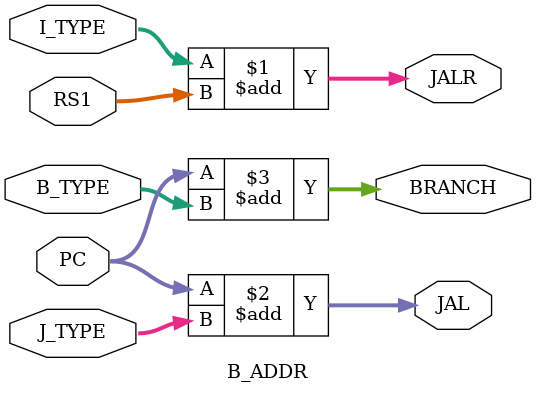
<source format=sv>
`timescale 1ns / 1ps

module B_ADDR(
    input [31:0] PC,
    input [31:0] J_TYPE,
    input [31:0] B_TYPE,
    input [31:0] I_TYPE,
    input [31:0] RS1,
    output logic [31:0] JALR,
    output logic [31:0] JAL,
    output logic [31:0] BRANCH
    );
    
    assign JALR = I_TYPE + RS1; //creates the JALR address
    assign JAL = PC + J_TYPE; //creates the JAL address
    assign BRANCH = PC + B_TYPE; //creates the BRANCH address
    
    
endmodule

</source>
